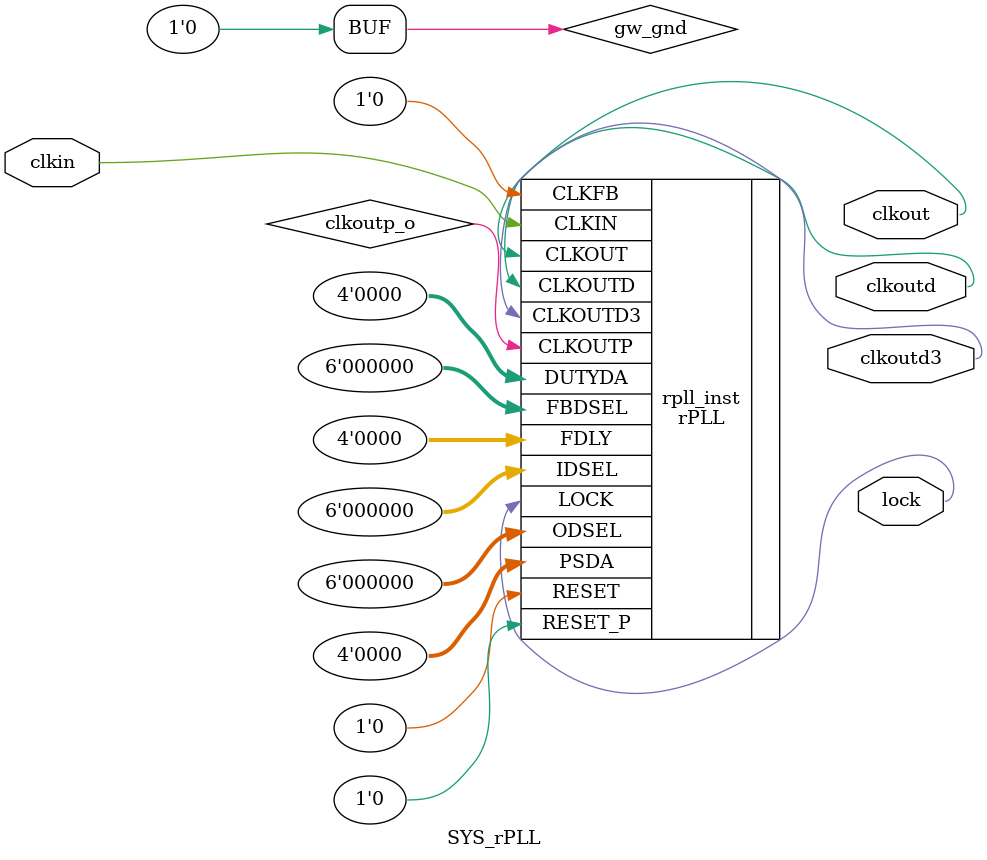
<source format=v>

module SYS_rPLL (clkout, lock, clkoutd, clkoutd3, clkin);

output clkout;
output lock;
output clkoutd;
output clkoutd3;
input clkin;

wire clkoutp_o;
wire gw_gnd;

assign gw_gnd = 1'b0;

rPLL rpll_inst (
    .CLKOUT(clkout),
    .LOCK(lock),
    .CLKOUTP(clkoutp_o),
    .CLKOUTD(clkoutd),
    .CLKOUTD3(clkoutd3),
    .RESET(gw_gnd),
    .RESET_P(gw_gnd),
    .CLKIN(clkin),
    .CLKFB(gw_gnd),
    .FBDSEL({gw_gnd,gw_gnd,gw_gnd,gw_gnd,gw_gnd,gw_gnd}),
    .IDSEL({gw_gnd,gw_gnd,gw_gnd,gw_gnd,gw_gnd,gw_gnd}),
    .ODSEL({gw_gnd,gw_gnd,gw_gnd,gw_gnd,gw_gnd,gw_gnd}),
    .PSDA({gw_gnd,gw_gnd,gw_gnd,gw_gnd}),
    .DUTYDA({gw_gnd,gw_gnd,gw_gnd,gw_gnd}),
    .FDLY({gw_gnd,gw_gnd,gw_gnd,gw_gnd})
);

defparam rpll_inst.FCLKIN = "27";
defparam rpll_inst.DYN_IDIV_SEL = "false";
defparam rpll_inst.IDIV_SEL = 8;
defparam rpll_inst.DYN_FBDIV_SEL = "false";
defparam rpll_inst.FBDIV_SEL = 49;
defparam rpll_inst.DYN_ODIV_SEL = "false";
defparam rpll_inst.ODIV_SEL = 4;
defparam rpll_inst.PSDA_SEL = "0000";
defparam rpll_inst.DYN_DA_EN = "true";
defparam rpll_inst.DUTYDA_SEL = "1000";
defparam rpll_inst.CLKOUT_FT_DIR = 1'b1;
defparam rpll_inst.CLKOUTP_FT_DIR = 1'b1;
defparam rpll_inst.CLKOUT_DLY_STEP = 0;
defparam rpll_inst.CLKOUTP_DLY_STEP = 0;
defparam rpll_inst.CLKFB_SEL = "internal";
defparam rpll_inst.CLKOUT_BYPASS = "false";
defparam rpll_inst.CLKOUTP_BYPASS = "false";
defparam rpll_inst.CLKOUTD_BYPASS = "false";
defparam rpll_inst.DYN_SDIV_SEL = 2;
defparam rpll_inst.CLKOUTD_SRC = "CLKOUT";
defparam rpll_inst.CLKOUTD3_SRC = "CLKOUT";
defparam rpll_inst.DEVICE = "GW2A-18C";

endmodule //SYS_rPLL

</source>
